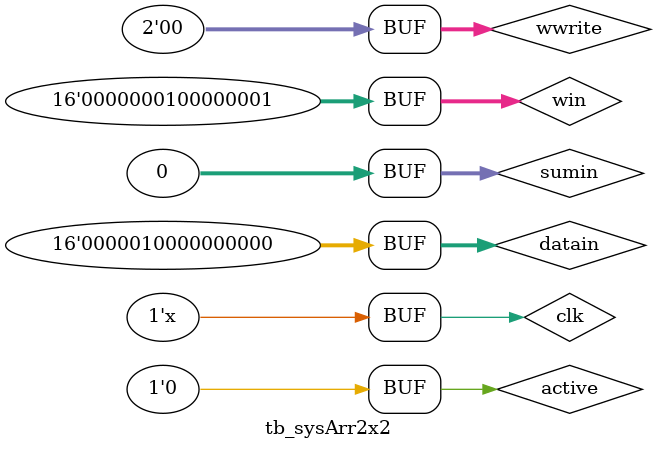
<source format=v>
module tb_sysArr2x2();

    reg clk, active;
    reg [15:0] datain, win;
    reg [31:0] sumin;
    reg [1:0] wwrite;

    wire [15:0] maccout1, maccout2;
    wire [7:0] wout1, wout2, dataout1, dataout2;
    wire wwriteout1, wwriteout2, activeout1, activeout2;

    always begin
        #5;
        clk = ~clk;
    end // always

    sysArr2x2 DUT (
        .clk       (clk),
        .active    (active),
        .datain    (datain),
        .win       (win),
        .sumin     (sumin),
        .wwrite    (wwrite),
        .maccout1  (maccout1),
        .maccout2  (maccout2),
        .wout1     (wout1),
        .wout2     (wout2),
        .wwriteout1(wwriteout1),
        .wwriteout2(wwriteout2),
        .activeout1(activeout1),
        .activeout2(activeout2),
        .dataout1  (dataout1),
        .dataout2  (dataout2)
    );

    initial begin
        clk = 1'b0;
        active = 1'b0;
        datain = 16'h0000;
        win = 16'h0000;
        sumin = 32'h0000_0000;
        wwrite = 2'b00;

        #10;

        win = 16'h0101;
        wwrite = 2'b11;

        #20;

        wwrite = 2'b00;
        active = 1'b1;
        datain = 16'h0001;

        #10;

        datain = 16'h0101;

        #10;

        datain = 16'h0101;
        active = 1'b0;

        #10;

        active = 1'b1;

        #10;

        datain = 16'h0302;

        #10;

        datain = 16'h0400;
        active = 1'b0;

    end // initial

endmodule // tb_sysArr2x2
</source>
